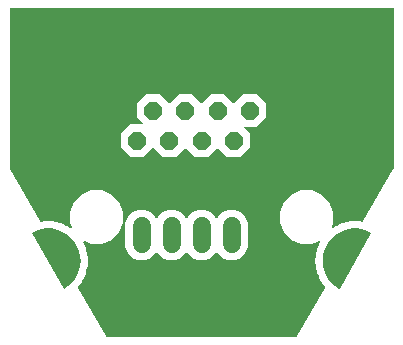
<source format=gbr>
G04 EAGLE Gerber RS-274X export*
G75*
%MOMM*%
%FSLAX34Y34*%
%LPD*%
%INTop Copper*%
%IPPOS*%
%AMOC8*
5,1,8,0,0,1.08239X$1,22.5*%
G01*
%ADD10P,1.649562X8X22.500000*%
%ADD11C,5.080000*%
%ADD12C,1.000000*%
%ADD13C,1.524000*%

G36*
X265492Y-12328D02*
X265492Y-12328D01*
X265560Y-12327D01*
X265613Y-12309D01*
X265668Y-12300D01*
X265728Y-12268D01*
X265792Y-12245D01*
X265836Y-12211D01*
X265886Y-12184D01*
X265932Y-12135D01*
X265985Y-12094D01*
X266032Y-12030D01*
X266055Y-12006D01*
X266064Y-11987D01*
X266085Y-11959D01*
X289898Y29289D01*
X289910Y29319D01*
X289928Y29346D01*
X289953Y29434D01*
X289985Y29519D01*
X289987Y29552D01*
X289995Y29583D01*
X289991Y29674D01*
X289994Y29765D01*
X289985Y29796D01*
X289984Y29828D01*
X289931Y29988D01*
X289902Y30050D01*
X289898Y30057D01*
X289895Y30065D01*
X289806Y30207D01*
X288408Y31958D01*
X288402Y31963D01*
X288398Y31971D01*
X288277Y32087D01*
X287949Y32338D01*
X287568Y32997D01*
X287547Y33023D01*
X287504Y33091D01*
X287029Y33686D01*
X286915Y34083D01*
X286911Y34091D01*
X286910Y34099D01*
X286843Y34253D01*
X285722Y36192D01*
X285716Y36199D01*
X285713Y36207D01*
X285611Y36340D01*
X285324Y36638D01*
X285046Y37346D01*
X285029Y37374D01*
X284996Y37448D01*
X284616Y38107D01*
X284562Y38517D01*
X284559Y38525D01*
X284559Y38533D01*
X284516Y38695D01*
X283696Y40780D01*
X283692Y40788D01*
X283690Y40796D01*
X283609Y40943D01*
X283369Y41280D01*
X283200Y42021D01*
X283187Y42052D01*
X283166Y42130D01*
X282888Y42838D01*
X282896Y43252D01*
X282894Y43260D01*
X282896Y43268D01*
X282877Y43435D01*
X282377Y45619D01*
X282374Y45627D01*
X282373Y45635D01*
X282315Y45793D01*
X282128Y46161D01*
X282071Y46920D01*
X282064Y46952D01*
X282054Y47033D01*
X281885Y47774D01*
X281954Y48182D01*
X281954Y48190D01*
X281957Y48199D01*
X281962Y48366D01*
X281794Y50600D01*
X281792Y50608D01*
X281793Y50617D01*
X281758Y50781D01*
X281629Y51174D01*
X281686Y51932D01*
X281683Y51965D01*
X281685Y52046D01*
X281628Y52805D01*
X281757Y53197D01*
X281759Y53206D01*
X281763Y53214D01*
X281793Y53379D01*
X281960Y55612D01*
X281959Y55621D01*
X281961Y55629D01*
X281951Y55797D01*
X281882Y56204D01*
X282051Y56946D01*
X282053Y56979D01*
X282068Y57059D01*
X282125Y57817D01*
X282311Y58186D01*
X282313Y58194D01*
X282318Y58201D01*
X282373Y58360D01*
X282871Y60544D01*
X282872Y60553D01*
X282875Y60561D01*
X282890Y60728D01*
X282882Y61141D01*
X283160Y61849D01*
X283167Y61881D01*
X283193Y61958D01*
X283362Y62700D01*
X283602Y63037D01*
X283605Y63045D01*
X283611Y63051D01*
X283689Y63199D01*
X284507Y65285D01*
X284509Y65293D01*
X284513Y65301D01*
X284553Y65464D01*
X284607Y65874D01*
X284987Y66533D01*
X284999Y66563D01*
X285036Y66635D01*
X285314Y67343D01*
X285320Y67349D01*
X285371Y67424D01*
X285429Y67493D01*
X285441Y67524D01*
X285460Y67552D01*
X285485Y67639D01*
X285517Y67723D01*
X285518Y67756D01*
X285528Y67788D01*
X285524Y67878D01*
X285527Y67969D01*
X285518Y68001D01*
X285517Y68034D01*
X285484Y68118D01*
X285459Y68205D01*
X285440Y68232D01*
X285428Y68263D01*
X285370Y68333D01*
X285319Y68407D01*
X285292Y68427D01*
X285271Y68452D01*
X285194Y68500D01*
X285121Y68554D01*
X285090Y68564D01*
X285061Y68582D01*
X284973Y68602D01*
X284887Y68630D01*
X284854Y68630D01*
X284822Y68637D01*
X284732Y68628D01*
X284641Y68627D01*
X284601Y68616D01*
X284577Y68613D01*
X284548Y68600D01*
X284480Y68581D01*
X278827Y66239D01*
X269813Y66239D01*
X261484Y69689D01*
X255109Y76064D01*
X251659Y84393D01*
X251659Y93407D01*
X255109Y101736D01*
X261484Y108111D01*
X269813Y111561D01*
X278827Y111561D01*
X287156Y108111D01*
X293531Y101736D01*
X296981Y93407D01*
X296981Y84393D01*
X295471Y80749D01*
X295465Y80723D01*
X295453Y80699D01*
X295437Y80603D01*
X295415Y80509D01*
X295418Y80483D01*
X295413Y80456D01*
X295429Y80361D01*
X295438Y80264D01*
X295449Y80240D01*
X295454Y80214D01*
X295499Y80128D01*
X295538Y80040D01*
X295556Y80020D01*
X295569Y79996D01*
X295639Y79930D01*
X295705Y79858D01*
X295728Y79846D01*
X295748Y79827D01*
X295835Y79787D01*
X295920Y79740D01*
X295947Y79735D01*
X295971Y79724D01*
X296067Y79713D01*
X296162Y79696D01*
X296189Y79700D01*
X296215Y79697D01*
X296310Y79718D01*
X296406Y79732D01*
X296429Y79744D01*
X296456Y79750D01*
X296604Y79829D01*
X297345Y80334D01*
X297351Y80340D01*
X297359Y80344D01*
X297483Y80456D01*
X297759Y80764D01*
X298444Y81095D01*
X298471Y81113D01*
X298543Y81151D01*
X299171Y81580D01*
X299576Y81665D01*
X299584Y81668D01*
X299592Y81668D01*
X299751Y81724D01*
X301768Y82697D01*
X301775Y82702D01*
X301784Y82704D01*
X301924Y82796D01*
X302242Y83060D01*
X302969Y83285D01*
X302999Y83299D01*
X303075Y83326D01*
X303760Y83657D01*
X304173Y83680D01*
X304181Y83682D01*
X304190Y83681D01*
X304355Y83713D01*
X306495Y84374D01*
X306503Y84377D01*
X306511Y84379D01*
X306512Y84379D01*
X306513Y84379D01*
X306515Y84381D01*
X306663Y84449D01*
X307017Y84663D01*
X307770Y84776D01*
X307801Y84786D01*
X307881Y84802D01*
X308607Y85026D01*
X309019Y84987D01*
X309028Y84988D01*
X309036Y84986D01*
X309204Y84993D01*
X311419Y85327D01*
X311427Y85330D01*
X311435Y85330D01*
X311596Y85377D01*
X311978Y85535D01*
X312739Y85535D01*
X312772Y85541D01*
X312852Y85544D01*
X313605Y85658D01*
X314006Y85558D01*
X314015Y85557D01*
X314022Y85554D01*
X314189Y85536D01*
X316429Y85537D01*
X316438Y85538D01*
X316446Y85537D01*
X316613Y85559D01*
X317014Y85659D01*
X317766Y85545D01*
X317799Y85546D01*
X317879Y85537D01*
X318640Y85537D01*
X319022Y85379D01*
X319031Y85377D01*
X319038Y85373D01*
X319200Y85330D01*
X321415Y84997D01*
X321424Y84997D01*
X321432Y84994D01*
X321600Y84992D01*
X321692Y85000D01*
X321723Y85008D01*
X321755Y85009D01*
X321842Y85039D01*
X321930Y85063D01*
X321957Y85080D01*
X321987Y85091D01*
X322059Y85147D01*
X322136Y85197D01*
X322156Y85223D01*
X322181Y85242D01*
X322280Y85377D01*
X347857Y129680D01*
X347898Y129787D01*
X347941Y129894D01*
X347942Y129904D01*
X347944Y129910D01*
X347945Y129932D01*
X347959Y130060D01*
X347959Y265578D01*
X347956Y265598D01*
X347958Y265617D01*
X347936Y265719D01*
X347920Y265821D01*
X347910Y265838D01*
X347906Y265858D01*
X347853Y265947D01*
X347804Y266038D01*
X347790Y266052D01*
X347780Y266069D01*
X347701Y266136D01*
X347626Y266208D01*
X347608Y266216D01*
X347593Y266229D01*
X347497Y266268D01*
X347403Y266311D01*
X347383Y266313D01*
X347365Y266321D01*
X347198Y266339D01*
X23642Y266339D01*
X23622Y266336D01*
X23603Y266338D01*
X23501Y266316D01*
X23399Y266300D01*
X23382Y266290D01*
X23362Y266286D01*
X23273Y266233D01*
X23182Y266184D01*
X23168Y266170D01*
X23151Y266160D01*
X23084Y266081D01*
X23012Y266006D01*
X23004Y265988D01*
X22991Y265973D01*
X22952Y265877D01*
X22909Y265783D01*
X22907Y265763D01*
X22899Y265745D01*
X22881Y265578D01*
X22881Y130060D01*
X22899Y129947D01*
X22915Y129833D01*
X22919Y129824D01*
X22920Y129818D01*
X22931Y129798D01*
X22983Y129680D01*
X48560Y85377D01*
X48580Y85353D01*
X48594Y85324D01*
X48658Y85258D01*
X48716Y85187D01*
X48743Y85170D01*
X48765Y85147D01*
X48846Y85105D01*
X48924Y85056D01*
X48955Y85049D01*
X48984Y85034D01*
X49148Y85000D01*
X49240Y84992D01*
X49249Y84992D01*
X49257Y84990D01*
X49425Y84997D01*
X51640Y85330D01*
X51648Y85332D01*
X51657Y85333D01*
X51818Y85379D01*
X52200Y85537D01*
X52961Y85537D01*
X52993Y85542D01*
X53074Y85545D01*
X53826Y85659D01*
X54227Y85559D01*
X54236Y85558D01*
X54244Y85555D01*
X54411Y85537D01*
X56651Y85536D01*
X56659Y85537D01*
X56668Y85536D01*
X56834Y85558D01*
X57235Y85658D01*
X57988Y85544D01*
X58021Y85544D01*
X58101Y85535D01*
X58862Y85535D01*
X59244Y85377D01*
X59252Y85375D01*
X59259Y85370D01*
X59421Y85327D01*
X61636Y84993D01*
X61645Y84993D01*
X61653Y84990D01*
X61821Y84987D01*
X62233Y85026D01*
X62959Y84802D01*
X62992Y84797D01*
X63070Y84776D01*
X63823Y84663D01*
X64177Y84449D01*
X64185Y84446D01*
X64191Y84440D01*
X64345Y84374D01*
X66485Y83713D01*
X66494Y83711D01*
X66502Y83708D01*
X66667Y83680D01*
X67080Y83657D01*
X67765Y83326D01*
X67797Y83317D01*
X67871Y83285D01*
X68598Y83060D01*
X68916Y82796D01*
X68924Y82792D01*
X68929Y82786D01*
X69072Y82697D01*
X71089Y81724D01*
X71098Y81722D01*
X71105Y81717D01*
X71264Y81665D01*
X71669Y81580D01*
X72297Y81151D01*
X72327Y81138D01*
X72396Y81095D01*
X73081Y80764D01*
X73357Y80456D01*
X73363Y80450D01*
X73368Y80443D01*
X73495Y80334D01*
X74236Y79829D01*
X74261Y79817D01*
X74281Y79800D01*
X74371Y79766D01*
X74459Y79725D01*
X74486Y79722D01*
X74511Y79712D01*
X74607Y79708D01*
X74704Y79697D01*
X74730Y79703D01*
X74756Y79702D01*
X74850Y79729D01*
X74944Y79749D01*
X74967Y79763D01*
X74993Y79770D01*
X75072Y79825D01*
X75155Y79875D01*
X75173Y79895D01*
X75195Y79910D01*
X75253Y79988D01*
X75316Y80062D01*
X75326Y80086D01*
X75342Y80108D01*
X75372Y80200D01*
X75408Y80290D01*
X75409Y80316D01*
X75418Y80342D01*
X75417Y80439D01*
X75423Y80535D01*
X75416Y80561D01*
X75415Y80588D01*
X75369Y80749D01*
X73859Y84393D01*
X73859Y93407D01*
X77309Y101736D01*
X83684Y108111D01*
X92013Y111561D01*
X101027Y111561D01*
X109356Y108111D01*
X115731Y101736D01*
X119181Y93407D01*
X119181Y84393D01*
X115731Y76064D01*
X109356Y69689D01*
X101027Y66239D01*
X92013Y66239D01*
X86360Y68581D01*
X86272Y68601D01*
X86186Y68630D01*
X86153Y68629D01*
X86120Y68637D01*
X86030Y68628D01*
X85940Y68628D01*
X85909Y68617D01*
X85875Y68614D01*
X85793Y68577D01*
X85708Y68548D01*
X85681Y68527D01*
X85651Y68514D01*
X85584Y68453D01*
X85513Y68398D01*
X85494Y68370D01*
X85469Y68347D01*
X85426Y68268D01*
X85376Y68193D01*
X85367Y68161D01*
X85351Y68132D01*
X85335Y68043D01*
X85311Y67956D01*
X85313Y67923D01*
X85307Y67890D01*
X85320Y67801D01*
X85326Y67711D01*
X85338Y67680D01*
X85343Y67647D01*
X85384Y67566D01*
X85418Y67482D01*
X85444Y67449D01*
X85454Y67427D01*
X85477Y67405D01*
X85520Y67350D01*
X85526Y67343D01*
X85804Y66635D01*
X85820Y66607D01*
X85853Y66533D01*
X86233Y65874D01*
X86287Y65464D01*
X86289Y65455D01*
X86289Y65447D01*
X86333Y65285D01*
X87151Y63199D01*
X87155Y63192D01*
X87157Y63184D01*
X87238Y63037D01*
X87478Y62700D01*
X87647Y61958D01*
X87659Y61927D01*
X87680Y61849D01*
X87958Y61141D01*
X87950Y60728D01*
X87951Y60719D01*
X87950Y60711D01*
X87969Y60544D01*
X88467Y58360D01*
X88470Y58352D01*
X88471Y58343D01*
X88529Y58186D01*
X88715Y57817D01*
X88772Y57059D01*
X88780Y57027D01*
X88789Y56946D01*
X88958Y56204D01*
X88889Y55797D01*
X88889Y55788D01*
X88886Y55780D01*
X88880Y55612D01*
X89047Y53379D01*
X89049Y53370D01*
X89048Y53362D01*
X89082Y53197D01*
X89212Y52805D01*
X89155Y52046D01*
X89157Y52013D01*
X89154Y51932D01*
X89211Y51174D01*
X89082Y50781D01*
X89080Y50773D01*
X89077Y50765D01*
X89046Y50600D01*
X88878Y48366D01*
X88878Y48358D01*
X88876Y48349D01*
X88886Y48182D01*
X88955Y47774D01*
X88786Y47033D01*
X88784Y47000D01*
X88769Y46920D01*
X88712Y46162D01*
X88525Y45793D01*
X88523Y45784D01*
X88518Y45777D01*
X88463Y45619D01*
X87963Y43435D01*
X87963Y43427D01*
X87960Y43419D01*
X87944Y43251D01*
X87952Y42838D01*
X87674Y42130D01*
X87667Y42098D01*
X87640Y42021D01*
X87471Y41280D01*
X87231Y40943D01*
X87228Y40935D01*
X87222Y40929D01*
X87144Y40780D01*
X86324Y38695D01*
X86323Y38687D01*
X86318Y38679D01*
X86278Y38517D01*
X86224Y38107D01*
X85844Y37448D01*
X85832Y37417D01*
X85794Y37346D01*
X85516Y36638D01*
X85229Y36340D01*
X85224Y36333D01*
X85218Y36328D01*
X85118Y36192D01*
X83998Y34253D01*
X83994Y34245D01*
X83989Y34238D01*
X83925Y34083D01*
X83811Y33686D01*
X83336Y33091D01*
X83320Y33062D01*
X83272Y32997D01*
X82891Y32338D01*
X82563Y32087D01*
X82557Y32081D01*
X82550Y32076D01*
X82432Y31958D01*
X81034Y30207D01*
X81030Y30199D01*
X81024Y30193D01*
X80938Y30050D01*
X80909Y29988D01*
X80901Y29956D01*
X80885Y29928D01*
X80868Y29838D01*
X80844Y29750D01*
X80846Y29718D01*
X80840Y29686D01*
X80853Y29596D01*
X80858Y29505D01*
X80870Y29475D01*
X80874Y29443D01*
X80942Y29289D01*
X104755Y-11959D01*
X104798Y-12011D01*
X104833Y-12069D01*
X104875Y-12105D01*
X104911Y-12149D01*
X104968Y-12185D01*
X105020Y-12229D01*
X105072Y-12250D01*
X105119Y-12280D01*
X105185Y-12296D01*
X105248Y-12321D01*
X105327Y-12330D01*
X105359Y-12337D01*
X105379Y-12335D01*
X105415Y-12339D01*
X265425Y-12339D01*
X265492Y-12328D01*
G37*
%LPC*%
G36*
X124874Y139953D02*
X124874Y139953D01*
X116839Y147988D01*
X116839Y159352D01*
X124874Y167387D01*
X134719Y167387D01*
X134790Y167398D01*
X134862Y167400D01*
X134910Y167418D01*
X134962Y167426D01*
X135025Y167460D01*
X135093Y167485D01*
X135133Y167517D01*
X135179Y167542D01*
X135229Y167594D01*
X135285Y167638D01*
X135313Y167682D01*
X135349Y167720D01*
X135379Y167785D01*
X135418Y167845D01*
X135430Y167896D01*
X135452Y167943D01*
X135460Y168014D01*
X135478Y168084D01*
X135474Y168136D01*
X135479Y168187D01*
X135464Y168258D01*
X135458Y168329D01*
X135438Y168377D01*
X135427Y168428D01*
X135390Y168489D01*
X135362Y168555D01*
X135317Y168611D01*
X135301Y168639D01*
X135283Y168654D01*
X135257Y168686D01*
X130555Y173388D01*
X130555Y184752D01*
X138590Y192787D01*
X149954Y192787D01*
X157450Y185291D01*
X157466Y185279D01*
X157478Y185263D01*
X157566Y185207D01*
X157649Y185147D01*
X157668Y185141D01*
X157685Y185130D01*
X157786Y185105D01*
X157885Y185075D01*
X157904Y185075D01*
X157924Y185070D01*
X158027Y185078D01*
X158130Y185081D01*
X158149Y185088D01*
X158169Y185090D01*
X158264Y185130D01*
X158361Y185166D01*
X158377Y185178D01*
X158395Y185186D01*
X158526Y185291D01*
X166022Y192787D01*
X177386Y192787D01*
X184882Y185291D01*
X184898Y185279D01*
X184910Y185263D01*
X184998Y185207D01*
X185081Y185147D01*
X185100Y185141D01*
X185117Y185130D01*
X185218Y185105D01*
X185317Y185075D01*
X185336Y185075D01*
X185356Y185070D01*
X185459Y185078D01*
X185562Y185081D01*
X185581Y185088D01*
X185601Y185090D01*
X185696Y185130D01*
X185793Y185166D01*
X185809Y185178D01*
X185827Y185186D01*
X185958Y185291D01*
X193454Y192787D01*
X204818Y192787D01*
X212314Y185291D01*
X212330Y185279D01*
X212342Y185263D01*
X212430Y185207D01*
X212513Y185147D01*
X212532Y185141D01*
X212549Y185130D01*
X212650Y185105D01*
X212749Y185075D01*
X212768Y185075D01*
X212788Y185070D01*
X212891Y185078D01*
X212994Y185081D01*
X213013Y185088D01*
X213033Y185090D01*
X213128Y185130D01*
X213225Y185166D01*
X213241Y185178D01*
X213259Y185186D01*
X213390Y185291D01*
X220886Y192787D01*
X232250Y192787D01*
X240285Y184752D01*
X240285Y173388D01*
X232250Y165353D01*
X222405Y165353D01*
X222334Y165342D01*
X222262Y165340D01*
X222214Y165322D01*
X222162Y165314D01*
X222099Y165280D01*
X222031Y165255D01*
X221991Y165223D01*
X221945Y165198D01*
X221895Y165146D01*
X221839Y165102D01*
X221811Y165058D01*
X221775Y165020D01*
X221745Y164955D01*
X221706Y164895D01*
X221694Y164844D01*
X221672Y164797D01*
X221664Y164726D01*
X221646Y164656D01*
X221650Y164604D01*
X221645Y164553D01*
X221660Y164482D01*
X221666Y164411D01*
X221686Y164363D01*
X221697Y164312D01*
X221734Y164251D01*
X221762Y164185D01*
X221807Y164129D01*
X221823Y164101D01*
X221841Y164086D01*
X221867Y164054D01*
X226569Y159352D01*
X226569Y147988D01*
X218534Y139953D01*
X207170Y139953D01*
X199674Y147449D01*
X199658Y147461D01*
X199646Y147477D01*
X199558Y147533D01*
X199475Y147593D01*
X199456Y147599D01*
X199439Y147610D01*
X199338Y147635D01*
X199239Y147665D01*
X199220Y147665D01*
X199200Y147670D01*
X199097Y147662D01*
X198994Y147659D01*
X198975Y147652D01*
X198955Y147650D01*
X198860Y147610D01*
X198763Y147574D01*
X198747Y147562D01*
X198729Y147554D01*
X198598Y147449D01*
X191102Y139953D01*
X179738Y139953D01*
X172242Y147449D01*
X172226Y147461D01*
X172214Y147477D01*
X172126Y147533D01*
X172043Y147593D01*
X172024Y147599D01*
X172007Y147610D01*
X171906Y147635D01*
X171807Y147665D01*
X171788Y147665D01*
X171768Y147670D01*
X171665Y147662D01*
X171562Y147659D01*
X171543Y147652D01*
X171523Y147650D01*
X171428Y147610D01*
X171331Y147574D01*
X171315Y147562D01*
X171297Y147554D01*
X171166Y147449D01*
X163670Y139953D01*
X152306Y139953D01*
X144810Y147449D01*
X144794Y147461D01*
X144782Y147477D01*
X144694Y147533D01*
X144611Y147593D01*
X144592Y147599D01*
X144575Y147610D01*
X144474Y147635D01*
X144375Y147665D01*
X144356Y147665D01*
X144336Y147670D01*
X144233Y147662D01*
X144130Y147659D01*
X144111Y147652D01*
X144091Y147650D01*
X143996Y147610D01*
X143899Y147574D01*
X143883Y147562D01*
X143865Y147554D01*
X143734Y147449D01*
X136238Y139953D01*
X124874Y139953D01*
G37*
%LPD*%
%LPC*%
G36*
X131892Y52323D02*
X131892Y52323D01*
X126850Y54412D01*
X122992Y58270D01*
X120903Y63312D01*
X120903Y84008D01*
X122992Y89050D01*
X126850Y92908D01*
X131892Y94997D01*
X137348Y94997D01*
X142390Y92908D01*
X146248Y89050D01*
X146617Y88161D01*
X146654Y88100D01*
X146684Y88035D01*
X146719Y87996D01*
X146746Y87952D01*
X146802Y87906D01*
X146850Y87853D01*
X146896Y87828D01*
X146936Y87795D01*
X147003Y87769D01*
X147066Y87735D01*
X147117Y87726D01*
X147165Y87707D01*
X147237Y87704D01*
X147308Y87691D01*
X147359Y87699D01*
X147411Y87697D01*
X147480Y87716D01*
X147551Y87727D01*
X147597Y87751D01*
X147647Y87765D01*
X147706Y87806D01*
X147770Y87838D01*
X147807Y87876D01*
X147849Y87905D01*
X147892Y87963D01*
X147942Y88014D01*
X147977Y88077D01*
X147996Y88103D01*
X148004Y88125D01*
X148023Y88161D01*
X148392Y89050D01*
X152250Y92908D01*
X157292Y94997D01*
X162748Y94997D01*
X167790Y92908D01*
X171648Y89050D01*
X172017Y88161D01*
X172054Y88100D01*
X172084Y88035D01*
X172119Y87996D01*
X172146Y87952D01*
X172202Y87906D01*
X172250Y87853D01*
X172296Y87828D01*
X172336Y87795D01*
X172403Y87769D01*
X172466Y87735D01*
X172517Y87726D01*
X172565Y87707D01*
X172637Y87704D01*
X172708Y87691D01*
X172759Y87699D01*
X172811Y87697D01*
X172880Y87716D01*
X172951Y87727D01*
X172997Y87751D01*
X173047Y87765D01*
X173106Y87806D01*
X173170Y87838D01*
X173207Y87876D01*
X173249Y87905D01*
X173292Y87963D01*
X173342Y88014D01*
X173377Y88077D01*
X173396Y88103D01*
X173404Y88125D01*
X173423Y88161D01*
X173792Y89050D01*
X177650Y92908D01*
X182692Y94997D01*
X188148Y94997D01*
X193190Y92908D01*
X197048Y89050D01*
X197417Y88161D01*
X197454Y88100D01*
X197484Y88035D01*
X197519Y87996D01*
X197546Y87952D01*
X197602Y87906D01*
X197650Y87853D01*
X197696Y87828D01*
X197736Y87795D01*
X197803Y87769D01*
X197866Y87735D01*
X197917Y87726D01*
X197965Y87707D01*
X198037Y87704D01*
X198108Y87691D01*
X198159Y87699D01*
X198211Y87697D01*
X198280Y87716D01*
X198351Y87727D01*
X198397Y87751D01*
X198447Y87765D01*
X198506Y87806D01*
X198570Y87838D01*
X198607Y87876D01*
X198649Y87905D01*
X198692Y87963D01*
X198742Y88014D01*
X198777Y88077D01*
X198796Y88103D01*
X198804Y88125D01*
X198823Y88161D01*
X199192Y89050D01*
X203050Y92908D01*
X208092Y94997D01*
X213548Y94997D01*
X218590Y92908D01*
X222448Y89050D01*
X224537Y84008D01*
X224537Y63312D01*
X222448Y58270D01*
X218590Y54412D01*
X213548Y52323D01*
X208092Y52323D01*
X203050Y54412D01*
X199192Y58270D01*
X198823Y59159D01*
X198786Y59220D01*
X198756Y59285D01*
X198721Y59324D01*
X198694Y59368D01*
X198639Y59414D01*
X198590Y59467D01*
X198544Y59492D01*
X198504Y59525D01*
X198437Y59551D01*
X198374Y59585D01*
X198323Y59594D01*
X198275Y59613D01*
X198203Y59616D01*
X198132Y59629D01*
X198081Y59621D01*
X198029Y59623D01*
X197960Y59604D01*
X197889Y59593D01*
X197843Y59569D01*
X197793Y59555D01*
X197734Y59514D01*
X197670Y59482D01*
X197633Y59444D01*
X197591Y59415D01*
X197548Y59357D01*
X197498Y59306D01*
X197463Y59243D01*
X197444Y59217D01*
X197437Y59195D01*
X197417Y59159D01*
X197048Y58270D01*
X193190Y54412D01*
X188148Y52323D01*
X182692Y52323D01*
X177650Y54412D01*
X173792Y58270D01*
X173423Y59159D01*
X173386Y59220D01*
X173356Y59285D01*
X173321Y59324D01*
X173294Y59368D01*
X173239Y59414D01*
X173190Y59467D01*
X173144Y59492D01*
X173104Y59525D01*
X173037Y59551D01*
X172974Y59585D01*
X172923Y59594D01*
X172875Y59613D01*
X172803Y59616D01*
X172732Y59629D01*
X172681Y59621D01*
X172629Y59623D01*
X172560Y59604D01*
X172489Y59593D01*
X172443Y59569D01*
X172393Y59555D01*
X172334Y59514D01*
X172270Y59482D01*
X172233Y59444D01*
X172191Y59415D01*
X172148Y59357D01*
X172098Y59306D01*
X172063Y59243D01*
X172044Y59217D01*
X172037Y59195D01*
X172017Y59159D01*
X171648Y58270D01*
X167790Y54412D01*
X162748Y52323D01*
X157292Y52323D01*
X152250Y54412D01*
X148392Y58270D01*
X148023Y59159D01*
X147986Y59220D01*
X147956Y59285D01*
X147921Y59324D01*
X147894Y59368D01*
X147839Y59414D01*
X147790Y59467D01*
X147744Y59492D01*
X147704Y59525D01*
X147637Y59551D01*
X147574Y59585D01*
X147523Y59594D01*
X147475Y59613D01*
X147403Y59616D01*
X147332Y59629D01*
X147281Y59621D01*
X147229Y59623D01*
X147160Y59604D01*
X147089Y59593D01*
X147043Y59569D01*
X146993Y59555D01*
X146934Y59514D01*
X146870Y59482D01*
X146833Y59444D01*
X146791Y59415D01*
X146748Y59357D01*
X146698Y59306D01*
X146663Y59243D01*
X146644Y59217D01*
X146637Y59195D01*
X146617Y59159D01*
X146248Y58270D01*
X142390Y54412D01*
X137348Y52323D01*
X131892Y52323D01*
G37*
%LPD*%
G36*
X301848Y28111D02*
X301848Y28111D01*
X301921Y28111D01*
X301946Y28122D01*
X301973Y28125D01*
X302037Y28161D01*
X302104Y28189D01*
X302123Y28209D01*
X302146Y28222D01*
X302214Y28303D01*
X302242Y28333D01*
X302245Y28342D01*
X302252Y28351D01*
X329252Y75151D01*
X329261Y75176D01*
X329277Y75199D01*
X329292Y75270D01*
X329316Y75339D01*
X329313Y75366D01*
X329319Y75393D01*
X329306Y75464D01*
X329300Y75537D01*
X329287Y75562D01*
X329282Y75588D01*
X329242Y75649D01*
X329208Y75714D01*
X329187Y75731D01*
X329172Y75754D01*
X329086Y75815D01*
X329055Y75840D01*
X329046Y75843D01*
X329036Y75850D01*
X325398Y77601D01*
X325367Y77608D01*
X325329Y77628D01*
X321470Y78817D01*
X321438Y78820D01*
X321397Y78833D01*
X317404Y79434D01*
X317373Y79432D01*
X317330Y79439D01*
X313292Y79438D01*
X313261Y79432D01*
X313218Y79432D01*
X309226Y78829D01*
X309196Y78818D01*
X309153Y78813D01*
X305295Y77621D01*
X305267Y77606D01*
X305226Y77594D01*
X301588Y75841D01*
X301563Y75822D01*
X301524Y75804D01*
X298188Y73528D01*
X298166Y73505D01*
X298130Y73482D01*
X295171Y70734D01*
X295152Y70709D01*
X295120Y70680D01*
X292604Y67522D01*
X292589Y67494D01*
X292562Y67460D01*
X290544Y63963D01*
X290534Y63933D01*
X290512Y63896D01*
X289038Y60137D01*
X289032Y60105D01*
X289016Y60065D01*
X288119Y56129D01*
X288118Y56097D01*
X288108Y56055D01*
X287807Y52029D01*
X287811Y51997D01*
X287807Y51954D01*
X288110Y47928D01*
X288119Y47897D01*
X288121Y47854D01*
X289021Y43918D01*
X289034Y43889D01*
X289043Y43846D01*
X290519Y40088D01*
X290537Y40061D01*
X290552Y40021D01*
X292572Y36525D01*
X292593Y36501D01*
X292614Y36463D01*
X295132Y33307D01*
X295157Y33287D01*
X295183Y33253D01*
X298144Y30507D01*
X298171Y30491D01*
X298202Y30461D01*
X301539Y28187D01*
X301564Y28177D01*
X301585Y28160D01*
X301655Y28139D01*
X301722Y28110D01*
X301750Y28111D01*
X301776Y28103D01*
X301848Y28111D01*
G37*
G36*
X69024Y28110D02*
X69024Y28110D01*
X69097Y28107D01*
X69123Y28116D01*
X69150Y28118D01*
X69246Y28162D01*
X69284Y28176D01*
X69291Y28183D01*
X69301Y28187D01*
X72638Y30461D01*
X72660Y30484D01*
X72696Y30507D01*
X75657Y33253D01*
X75676Y33279D01*
X75708Y33307D01*
X78226Y36463D01*
X78241Y36492D01*
X78268Y36525D01*
X80288Y40021D01*
X80298Y40051D01*
X80321Y40088D01*
X81797Y43846D01*
X81802Y43878D01*
X81819Y43918D01*
X82719Y47854D01*
X82719Y47886D01*
X82730Y47928D01*
X83033Y51954D01*
X83029Y51985D01*
X83033Y52029D01*
X82732Y56055D01*
X82724Y56086D01*
X82721Y56129D01*
X81824Y60065D01*
X81811Y60094D01*
X81802Y60137D01*
X80328Y63896D01*
X80311Y63923D01*
X80296Y63963D01*
X78278Y67460D01*
X78257Y67484D01*
X78236Y67522D01*
X75720Y70680D01*
X75695Y70700D01*
X75669Y70734D01*
X72710Y73482D01*
X72683Y73498D01*
X72652Y73528D01*
X69316Y75804D01*
X69287Y75816D01*
X69252Y75841D01*
X65615Y77594D01*
X65584Y77602D01*
X65545Y77621D01*
X61687Y78813D01*
X61655Y78816D01*
X61614Y78829D01*
X57622Y79432D01*
X57590Y79431D01*
X57548Y79438D01*
X53510Y79439D01*
X53479Y79433D01*
X53436Y79434D01*
X49443Y78833D01*
X49413Y78822D01*
X49370Y78817D01*
X45511Y77628D01*
X45483Y77613D01*
X45442Y77601D01*
X41804Y75850D01*
X41782Y75833D01*
X41756Y75824D01*
X41703Y75774D01*
X41645Y75730D01*
X41632Y75706D01*
X41612Y75687D01*
X41582Y75621D01*
X41546Y75557D01*
X41543Y75530D01*
X41532Y75505D01*
X41531Y75432D01*
X41522Y75360D01*
X41530Y75334D01*
X41530Y75306D01*
X41566Y75208D01*
X41578Y75169D01*
X41584Y75161D01*
X41588Y75151D01*
X68588Y28351D01*
X68606Y28330D01*
X68617Y28305D01*
X68671Y28256D01*
X68719Y28202D01*
X68744Y28190D01*
X68764Y28171D01*
X68833Y28147D01*
X68899Y28116D01*
X68926Y28115D01*
X68951Y28105D01*
X69024Y28110D01*
G37*
D10*
X130556Y153670D03*
X157988Y153670D03*
X185420Y153670D03*
X212852Y153670D03*
X240284Y153670D03*
X144272Y179070D03*
X171704Y179070D03*
X199136Y179070D03*
X226568Y179070D03*
D11*
X60198Y166370D03*
X310642Y166370D03*
D12*
X309320Y55500D03*
X61520Y55500D03*
D13*
X236220Y66040D02*
X236220Y81280D01*
X210820Y81280D02*
X210820Y66040D01*
X185420Y66040D02*
X185420Y81280D01*
X160020Y81280D02*
X160020Y66040D01*
X134620Y66040D02*
X134620Y81280D01*
M02*

</source>
